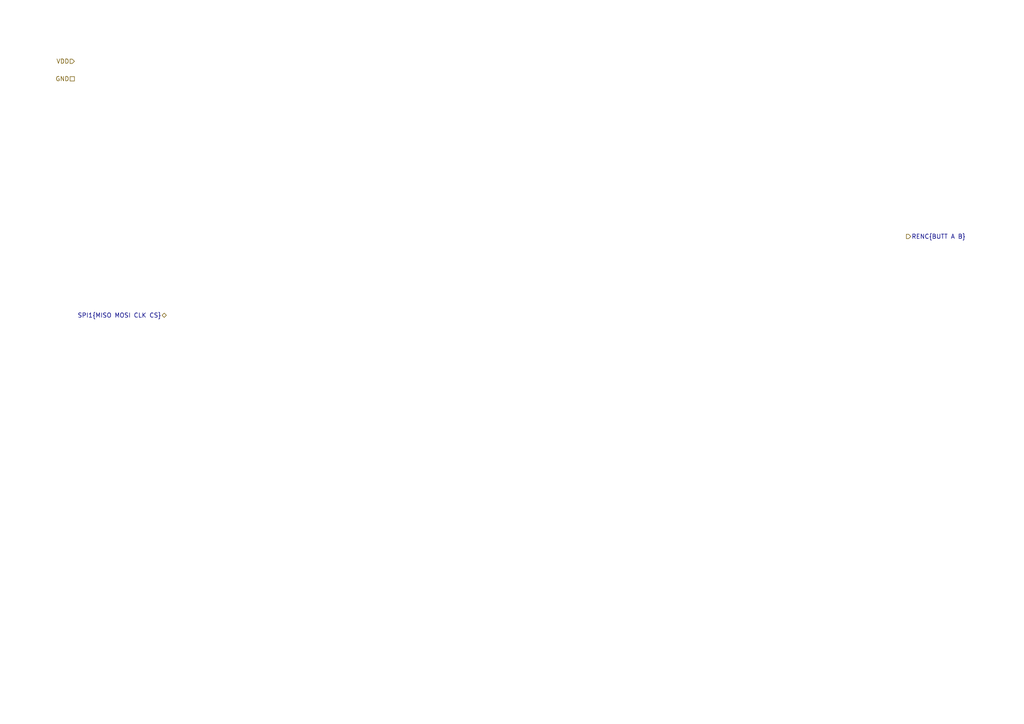
<source format=kicad_sch>
(kicad_sch
	(version 20250114)
	(generator "eeschema")
	(generator_version "9.0")
	(uuid "a07dd0da-b60d-4286-81d3-c894950c057b")
	(paper "A4")
	(lib_symbols)
	(hierarchical_label "SPI1{MISO MOSI CLK CS}"
		(shape bidirectional)
		(at 48.26 91.44 180)
		(effects
			(font
				(size 1.27 1.27)
			)
			(justify right)
		)
		(uuid "07b2414e-3b48-411e-82f6-9604aaa024b3")
	)
	(hierarchical_label "GND"
		(shape passive)
		(at 21.59 22.86 180)
		(effects
			(font
				(size 1.27 1.27)
			)
			(justify right)
		)
		(uuid "27615aeb-f6cc-4b64-8e1f-ef9923fc5610")
	)
	(hierarchical_label "RENC{BUTT A B}"
		(shape output)
		(at 262.89 68.58 0)
		(effects
			(font
				(size 1.27 1.27)
			)
			(justify left)
		)
		(uuid "a96a13b4-ae69-420b-b6dd-46866a4f9253")
	)
	(hierarchical_label "VDD"
		(shape input)
		(at 21.59 17.78 180)
		(effects
			(font
				(size 1.27 1.27)
			)
			(justify right)
		)
		(uuid "e9203fa3-da2c-435c-bd3a-ff5d2325d946")
	)
)

</source>
